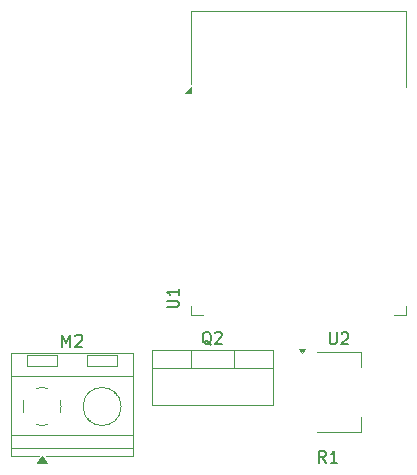
<source format=gbr>
%TF.GenerationSoftware,KiCad,Pcbnew,9.0.0*%
%TF.CreationDate,2025-04-07T22:33:31+05:30*%
%TF.ProjectId,pcb,7063622e-6b69-4636-9164-5f7063625858,rev?*%
%TF.SameCoordinates,Original*%
%TF.FileFunction,Legend,Top*%
%TF.FilePolarity,Positive*%
%FSLAX46Y46*%
G04 Gerber Fmt 4.6, Leading zero omitted, Abs format (unit mm)*
G04 Created by KiCad (PCBNEW 9.0.0) date 2025-04-07 22:33:31*
%MOMM*%
%LPD*%
G01*
G04 APERTURE LIST*
%ADD10C,0.150000*%
%ADD11C,0.120000*%
G04 APERTURE END LIST*
D10*
X143658095Y-97439819D02*
X143658095Y-98249342D01*
X143658095Y-98249342D02*
X143705714Y-98344580D01*
X143705714Y-98344580D02*
X143753333Y-98392200D01*
X143753333Y-98392200D02*
X143848571Y-98439819D01*
X143848571Y-98439819D02*
X144039047Y-98439819D01*
X144039047Y-98439819D02*
X144134285Y-98392200D01*
X144134285Y-98392200D02*
X144181904Y-98344580D01*
X144181904Y-98344580D02*
X144229523Y-98249342D01*
X144229523Y-98249342D02*
X144229523Y-97439819D01*
X144658095Y-97535057D02*
X144705714Y-97487438D01*
X144705714Y-97487438D02*
X144800952Y-97439819D01*
X144800952Y-97439819D02*
X145039047Y-97439819D01*
X145039047Y-97439819D02*
X145134285Y-97487438D01*
X145134285Y-97487438D02*
X145181904Y-97535057D01*
X145181904Y-97535057D02*
X145229523Y-97630295D01*
X145229523Y-97630295D02*
X145229523Y-97725533D01*
X145229523Y-97725533D02*
X145181904Y-97868390D01*
X145181904Y-97868390D02*
X144610476Y-98439819D01*
X144610476Y-98439819D02*
X145229523Y-98439819D01*
X121020476Y-98644819D02*
X121020476Y-97644819D01*
X121020476Y-97644819D02*
X121353809Y-98359104D01*
X121353809Y-98359104D02*
X121687142Y-97644819D01*
X121687142Y-97644819D02*
X121687142Y-98644819D01*
X122115714Y-97740057D02*
X122163333Y-97692438D01*
X122163333Y-97692438D02*
X122258571Y-97644819D01*
X122258571Y-97644819D02*
X122496666Y-97644819D01*
X122496666Y-97644819D02*
X122591904Y-97692438D01*
X122591904Y-97692438D02*
X122639523Y-97740057D01*
X122639523Y-97740057D02*
X122687142Y-97835295D01*
X122687142Y-97835295D02*
X122687142Y-97930533D01*
X122687142Y-97930533D02*
X122639523Y-98073390D01*
X122639523Y-98073390D02*
X122068095Y-98644819D01*
X122068095Y-98644819D02*
X122687142Y-98644819D01*
X133624761Y-98490057D02*
X133529523Y-98442438D01*
X133529523Y-98442438D02*
X133434285Y-98347200D01*
X133434285Y-98347200D02*
X133291428Y-98204342D01*
X133291428Y-98204342D02*
X133196190Y-98156723D01*
X133196190Y-98156723D02*
X133100952Y-98156723D01*
X133148571Y-98394819D02*
X133053333Y-98347200D01*
X133053333Y-98347200D02*
X132958095Y-98251961D01*
X132958095Y-98251961D02*
X132910476Y-98061485D01*
X132910476Y-98061485D02*
X132910476Y-97728152D01*
X132910476Y-97728152D02*
X132958095Y-97537676D01*
X132958095Y-97537676D02*
X133053333Y-97442438D01*
X133053333Y-97442438D02*
X133148571Y-97394819D01*
X133148571Y-97394819D02*
X133339047Y-97394819D01*
X133339047Y-97394819D02*
X133434285Y-97442438D01*
X133434285Y-97442438D02*
X133529523Y-97537676D01*
X133529523Y-97537676D02*
X133577142Y-97728152D01*
X133577142Y-97728152D02*
X133577142Y-98061485D01*
X133577142Y-98061485D02*
X133529523Y-98251961D01*
X133529523Y-98251961D02*
X133434285Y-98347200D01*
X133434285Y-98347200D02*
X133339047Y-98394819D01*
X133339047Y-98394819D02*
X133148571Y-98394819D01*
X133958095Y-97490057D02*
X134005714Y-97442438D01*
X134005714Y-97442438D02*
X134100952Y-97394819D01*
X134100952Y-97394819D02*
X134339047Y-97394819D01*
X134339047Y-97394819D02*
X134434285Y-97442438D01*
X134434285Y-97442438D02*
X134481904Y-97490057D01*
X134481904Y-97490057D02*
X134529523Y-97585295D01*
X134529523Y-97585295D02*
X134529523Y-97680533D01*
X134529523Y-97680533D02*
X134481904Y-97823390D01*
X134481904Y-97823390D02*
X133910476Y-98394819D01*
X133910476Y-98394819D02*
X134529523Y-98394819D01*
X129844819Y-95306904D02*
X130654342Y-95306904D01*
X130654342Y-95306904D02*
X130749580Y-95259285D01*
X130749580Y-95259285D02*
X130797200Y-95211666D01*
X130797200Y-95211666D02*
X130844819Y-95116428D01*
X130844819Y-95116428D02*
X130844819Y-94925952D01*
X130844819Y-94925952D02*
X130797200Y-94830714D01*
X130797200Y-94830714D02*
X130749580Y-94783095D01*
X130749580Y-94783095D02*
X130654342Y-94735476D01*
X130654342Y-94735476D02*
X129844819Y-94735476D01*
X130844819Y-93735476D02*
X130844819Y-94306904D01*
X130844819Y-94021190D02*
X129844819Y-94021190D01*
X129844819Y-94021190D02*
X129987676Y-94116428D01*
X129987676Y-94116428D02*
X130082914Y-94211666D01*
X130082914Y-94211666D02*
X130130533Y-94306904D01*
X143333333Y-108454819D02*
X143000000Y-107978628D01*
X142761905Y-108454819D02*
X142761905Y-107454819D01*
X142761905Y-107454819D02*
X143142857Y-107454819D01*
X143142857Y-107454819D02*
X143238095Y-107502438D01*
X143238095Y-107502438D02*
X143285714Y-107550057D01*
X143285714Y-107550057D02*
X143333333Y-107645295D01*
X143333333Y-107645295D02*
X143333333Y-107788152D01*
X143333333Y-107788152D02*
X143285714Y-107883390D01*
X143285714Y-107883390D02*
X143238095Y-107931009D01*
X143238095Y-107931009D02*
X143142857Y-107978628D01*
X143142857Y-107978628D02*
X142761905Y-107978628D01*
X144285714Y-108454819D02*
X143714286Y-108454819D01*
X144000000Y-108454819D02*
X144000000Y-107454819D01*
X144000000Y-107454819D02*
X143904762Y-107597676D01*
X143904762Y-107597676D02*
X143809524Y-107692914D01*
X143809524Y-107692914D02*
X143714286Y-107740533D01*
D11*
%TO.C,U2*%
X142570000Y-99075000D02*
X146330000Y-99075000D01*
X142570000Y-105895000D02*
X146330000Y-105895000D01*
X146330000Y-99075000D02*
X146330000Y-100335000D01*
X146330000Y-105895000D02*
X146330000Y-104635000D01*
X141290000Y-99175000D02*
X141050000Y-98845000D01*
X141530000Y-98845000D01*
X141290000Y-99175000D01*
G36*
X141290000Y-99175000D02*
G01*
X141050000Y-98845000D01*
X141530000Y-98845000D01*
X141290000Y-99175000D01*
G37*
%TO.C,M2*%
X116630000Y-99190000D02*
X116630000Y-107880000D01*
X116630000Y-99190000D02*
X127030000Y-99190000D01*
X116630000Y-101160000D02*
X127030000Y-101160000D01*
X116630000Y-106160000D02*
X127030000Y-106160000D01*
X116630000Y-107260000D02*
X127030000Y-107260000D01*
X116630000Y-107880000D02*
X118990000Y-107880000D01*
X118040000Y-99310000D02*
X118040000Y-100310000D01*
X118040000Y-99310000D02*
X120540000Y-99310000D01*
X118040000Y-100310000D02*
X120540000Y-100310000D01*
X119590000Y-107880000D02*
X127030000Y-107880000D01*
X120540000Y-99310000D02*
X120540000Y-100310000D01*
X123120000Y-99310000D02*
X123120000Y-100310000D01*
X123120000Y-99310000D02*
X125620000Y-99310000D01*
X123120000Y-100310000D02*
X125620000Y-100310000D01*
X123194000Y-104689000D02*
X123149000Y-104734000D01*
X123391000Y-104885000D02*
X123345000Y-104931000D01*
X125395000Y-102489000D02*
X125349000Y-102534000D01*
X125591000Y-102686000D02*
X125546000Y-102731000D01*
X125620000Y-99310000D02*
X125620000Y-100310000D01*
X127030000Y-99190000D02*
X127030000Y-107880000D01*
X117760000Y-104211000D02*
G75*
G02*
X117760118Y-103208641I1530000J501000D01*
G01*
X118789000Y-102180000D02*
G75*
G02*
X119791359Y-102180118I501000J-1530000D01*
G01*
X119791000Y-105240000D02*
G75*
G02*
X118788641Y-105239883I-501001J1530010D01*
G01*
X120820000Y-103209000D02*
G75*
G02*
X120819883Y-104211359I-1530010J-501001D01*
G01*
X125980000Y-103710000D02*
G75*
G02*
X122760000Y-103710000I-1610000J0D01*
G01*
X122760000Y-103710000D02*
G75*
G02*
X125980000Y-103710000I1610000J0D01*
G01*
X119730000Y-108490000D02*
X118850000Y-108490000D01*
X119290000Y-107880000D01*
X119730000Y-108490000D01*
G36*
X119730000Y-108490000D02*
G01*
X118850000Y-108490000D01*
X119290000Y-107880000D01*
X119730000Y-108490000D01*
G37*
%TO.C,Q2*%
X128600000Y-98940000D02*
X128600000Y-103581000D01*
X128600000Y-98940000D02*
X138840000Y-98940000D01*
X128600000Y-100450000D02*
X138840000Y-100450000D01*
X128600000Y-103581000D02*
X138840000Y-103581000D01*
X131870000Y-98940000D02*
X131870000Y-100450000D01*
X135571000Y-98940000D02*
X135571000Y-100450000D01*
X138840000Y-98940000D02*
X138840000Y-103581000D01*
%TO.C,U1*%
X131880000Y-70255000D02*
X131880000Y-76415000D01*
X131880000Y-70255000D02*
X150120000Y-70255000D01*
X131880000Y-95215000D02*
X131880000Y-95995000D01*
X131880000Y-95995000D02*
X132880000Y-95995000D01*
X150120000Y-70255000D02*
X150120000Y-76670000D01*
X150120000Y-95215000D02*
X150120000Y-95995000D01*
X150120000Y-95995000D02*
X149120000Y-95995000D01*
X131875000Y-77140000D02*
X131375000Y-77140000D01*
X131875000Y-76640000D01*
X131875000Y-77140000D01*
G36*
X131875000Y-77140000D02*
G01*
X131375000Y-77140000D01*
X131875000Y-76640000D01*
X131875000Y-77140000D01*
G37*
%TD*%
M02*

</source>
